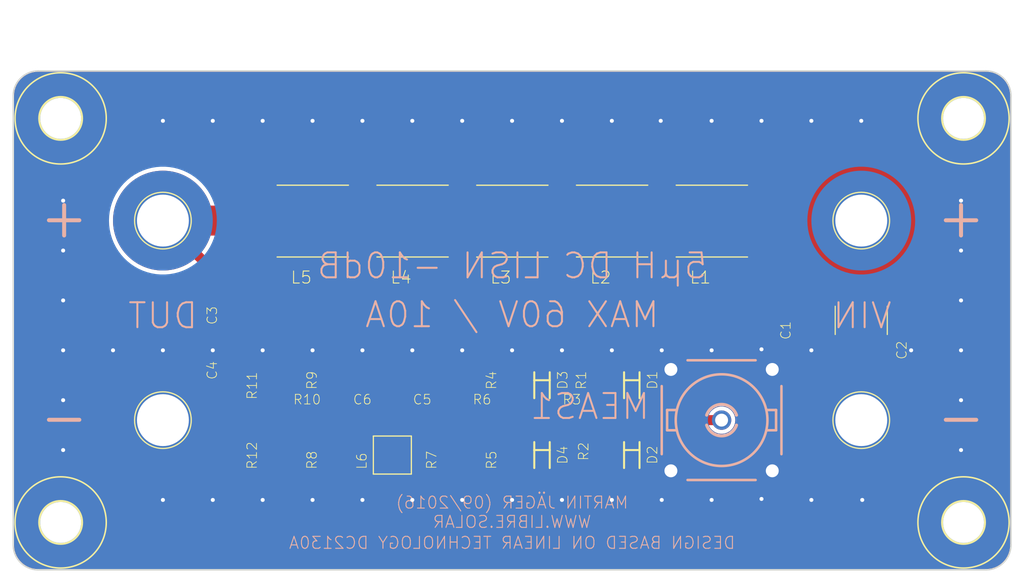
<source format=kicad_pcb>
(kicad_pcb (version 20221018) (generator pcbnew)
  (layers (0 "F.Cu" signal "Top") (31 "B.Cu" signal "Bottom") (34 "B.Paste" user) (35 "F.Paste" user) (36 "B.SilkS" user "B.Silkscreen") (37 "F.SilkS" user "F.Silkscreen") (38 "B.Mask" user) (39 "F.Mask" user) (44 "Edge.Cuts" user))
  (net 0 "")
  (net 1 "GND")
  (net 2 "Net-(L1-Pad2)")
  (net 3 "Net-(C1-Pad1)")
  (net 4 "Net-(L2-Pad2)")
  (net 5 "Net-(L3-Pad2)")
  (net 6 "Net-(L4-Pad2)")
  (net 7 "Net-(C3-Pad1)")
  (net 8 "Net-(C3-Pad2)")
  (net 9 "Net-(D1-PadA)")
  (net 10 "Net-(D3-PadA)")
  (net 11 "Net-(C5-Pad1)")
  (net 12 "Net-(C5-Pad2)")
  (net 13 "Net-(C6-Pad2)")
  (net 14 "Net-(C4-Pad2)")
  (footprint "5uH_LISN:C1210" (layer "F.Cu") (at 180 105 -90)
    (fp_text reference "C1" (at 2 2 90) (layer "F.SilkS") (effects (font (size 0.9652 0.9652) (thickness 0.077216)) (justify left bottom)))
    (fp_text value "4.7u")
    (pad "1" smd rect (at -1.4 0 270) (size 1.6 2.7) (layers "F.Cu" "F.Paste" "F.Mask") (net 3 "Net-(C1-Pad1)"))
    (pad "2" smd rect (at 1.4 0 270) (size 1.6 2.7) (layers "F.Cu" "F.Paste" "F.Mask") (net 1 "GND"))
  )
  (footprint "Capacitor_SMD:C_2220_5650Metric" (layer "F.Cu") (at 185 105 90)
    (fp_text reference "C2" (at -2 3.5 270) (layer "F.SilkS") (effects (font (size 0.9652 0.9652) (thickness 0.077216)) (justify right top)))
    (fp_text value "22u")
    (fp_line (start -1.415748 -2.61) (end 1.415748 -2.61) (stroke (width 0.12)) (layer "F.SilkS"))
    (fp_line (start -1.415748 2.61) (end 1.415748 2.61) (stroke (width 0.12)) (layer "F.SilkS"))
    (pad "1" smd roundrect (at -2.55 0 90) (size 1.8 5.4) (layers "F.Cu" "F.Paste" "F.Mask") (roundrect_rratio 0.138889))
    (pad "2" smd roundrect (at 2.55 0 90) (size 1.8 5.4) (layers "F.Cu" "F.Paste" "F.Mask") (roundrect_rratio 0.138889))
  )
  (footprint "5uH_LISN:C1206" (layer "F.Cu") (at 122 104 -90)
    (fp_text reference "C3" (at 1.5 1.5 90) (layer "F.SilkS") (effects (font (size 0.9652 0.9652) (thickness 0.077216)) (justify left bottom)))
    (fp_text value "0.1u")
    (pad "1" smd rect (at -1.4 0 270) (size 1.6 1.8) (layers "F.Cu" "F.Paste" "F.Mask") (net 7 "Net-(C3-Pad1)"))
    (pad "2" smd rect (at 1.4 0 270) (size 1.6 1.8) (layers "F.Cu" "F.Paste" "F.Mask") (net 8 "Net-(C3-Pad2)"))
  )
  (footprint "5uH_LISN:WE-HCI_7030_7040_7050" (layer "F.Cu") (at 170 95 180)
    (fp_text reference "L1" (at 0 -5) (layer "F.SilkS") (effects (font (size 1.2065 1.2065) (thickness 0.09652)) (justify right top)))
    (fp_text value "1.1µH")
    (fp_line (start -3.6 -3.65) (end 3.55 -3.65) (stroke (width 0.127)) (layer "F.SilkS"))
    (fp_line (start -3.6 3.55) (end 3.55 3.55) (stroke (width 0.127)) (layer "F.SilkS"))
    (pad "1" smd rect (at -2.45 0) (size 2.5 3) (layers "F.Cu" "F.Paste" "F.Mask") (net 3 "Net-(C1-Pad1)"))
    (pad "2" smd rect (at 2.45 0) (size 2.5 3) (layers "F.Cu" "F.Paste" "F.Mask") (net 2 "Net-(L1-Pad2)"))
  )
  (footprint "5uH_LISN:WE-HCI_7030_7040_7050" (layer "F.Cu") (at 160 95 180)
    (fp_text reference "L2" (at 0 -5) (layer "F.SilkS") (effects (font (size 1.2065 1.2065) (thickness 0.09652)) (justify right top)))
    (fp_text value "1.1µH")
    (fp_line (start -3.6 -3.65) (end 3.55 -3.65) (stroke (width 0.127)) (layer "F.SilkS"))
    (fp_line (start -3.6 3.55) (end 3.55 3.55) (stroke (width 0.127)) (layer "F.SilkS"))
    (pad "1" smd rect (at -2.45 0) (size 2.5 3) (layers "F.Cu" "F.Paste" "F.Mask") (net 2 "Net-(L1-Pad2)"))
    (pad "2" smd rect (at 2.45 0) (size 2.5 3) (layers "F.Cu" "F.Paste" "F.Mask") (net 4 "Net-(L2-Pad2)"))
  )
  (footprint "5uH_LISN:WE-HCI_7030_7040_7050" (layer "F.Cu") (at 150.0011 95.0036 180)
    (fp_text reference "L3" (at 0.0011 -4.9964) (layer "F.SilkS") (effects (font (size 1.2065 1.2065) (thickness 0.09652)) (justify right top)))
    (fp_text value "1.1µH")
    (fp_line (start -3.6 -3.65) (end 3.55 -3.65) (stroke (width 0.127)) (layer "F.SilkS"))
    (fp_line (start -3.6 3.55) (end 3.55 3.55) (stroke (width 0.127)) (layer "F.SilkS"))
    (pad "1" smd rect (at -2.45 0) (size 2.5 3) (layers "F.Cu" "F.Paste" "F.Mask") (net 4 "Net-(L2-Pad2)"))
    (pad "2" smd rect (at 2.45 0) (size 2.5 3) (layers "F.Cu" "F.Paste" "F.Mask") (net 5 "Net-(L3-Pad2)"))
  )
  (footprint "5uH_LISN:WE-HCI_7030_7040_7050" (layer "F.Cu") (at 140 95 180)
    (fp_text reference "L4" (at 0 -5) (layer "F.SilkS") (effects (font (size 1.2065 1.2065) (thickness 0.09652)) (justify right top)))
    (fp_text value "1.1µH")
    (fp_line (start -3.6 -3.65) (end 3.55 -3.65) (stroke (width 0.127)) (layer "F.SilkS"))
    (fp_line (start -3.6 3.55) (end 3.55 3.55) (stroke (width 0.127)) (layer "F.SilkS"))
    (pad "1" smd rect (at -2.45 0) (size 2.5 3) (layers "F.Cu" "F.Paste" "F.Mask") (net 5 "Net-(L3-Pad2)"))
    (pad "2" smd rect (at 2.45 0) (size 2.5 3) (layers "F.Cu" "F.Paste" "F.Mask") (net 6 "Net-(L4-Pad2)"))
  )
  (footprint "5uH_LISN:WE-HCI_7030_7040_7050" (layer "F.Cu") (at 130 95 180)
    (fp_text reference "L5" (at 0 -5) (layer "F.SilkS") (effects (font (size 1.2065 1.2065) (thickness 0.09652)) (justify right top)))
    (fp_text value "1.1µH")
    (fp_line (start -3.6 -3.65) (end 3.55 -3.65) (stroke (width 0.127)) (layer "F.SilkS"))
    (fp_line (start -3.6 3.55) (end 3.55 3.55) (stroke (width 0.127)) (layer "F.SilkS"))
    (pad "1" smd rect (at -2.45 0) (size 2.5 3) (layers "F.Cu" "F.Paste" "F.Mask") (net 6 "Net-(L4-Pad2)"))
    (pad "2" smd rect (at 2.45 0) (size 2.5 3) (layers "F.Cu" "F.Paste" "F.Mask") (net 7 "Net-(C3-Pad1)"))
  )
  (footprint "5uH_LISN:R0805" (layer "F.Cu") (at 159 111.5 -90)
    (fp_text reference "R1" (at 0.5 1.5 90) (layer "F.SilkS") (effects (font (size 0.9652 0.9652) (thickness 0.077216)) (justify left bottom)))
    (fp_text value "910")
    (pad "1" smd rect (at -0.95 0 270) (size 1.3 1.5) (layers "F.Cu" "F.Paste" "F.Mask") (net 1 "GND"))
    (pad "2" smd rect (at 0.95 0 270) (size 1.3 1.5) (layers "F.Cu" "F.Paste" "F.Mask") (net 9 "Net-(D1-PadA)"))
  )
  (footprint "5uH_LISN:SOD-123" (layer "F.Cu") (at 162 111.5 -90)
    (fp_text reference "D1" (at -1.5 -1.5 90) (layer "F.SilkS") (effects (font (size 0.9652 0.9652) (thickness 0.077216)) (justify right top)))
    (fp_text value "1N4148W")
    (fp_line (start -1.3 -0.775) (end -0.5 -0.775) (stroke (width 0.2032)) (layer "F.SilkS"))
    (fp_line (start -1.3 0.775) (end -0.5 0.775) (stroke (width 0.2032)) (layer "F.SilkS"))
    (fp_line (start -0.5 -0.775) (end -0.5 0.775) (stroke (width 0.2032)) (layer "F.SilkS"))
    (fp_line (start -0.5 -0.775) (end 1.3 -0.775) (stroke (width 0.2032)) (layer "F.SilkS"))
    (fp_line (start -0.5 0.775) (end 1.3 0.775) (stroke (width 0.2032)) (layer "F.SilkS"))
    (pad "A" smd rect (at 1.575 0 270) (size 0.9 0.95) (layers "F.Cu" "F.Paste" "F.Mask") (net 9 "Net-(D1-PadA)"))
    (pad "C" smd rect (at -1.575 0 270) (size 0.9 0.95) (layers "F.Cu" "F.Paste" "F.Mask") (net 1 "GND"))
  )
  (footprint "5uH_LISN:R0805" (layer "F.Cu") (at 159 118.5 90)
    (fp_text reference "R2" (at -0.635 -1.27 90) (layer "F.SilkS") (effects (font (size 0.9652 0.9652) (thickness 0.077216)) (justify left bottom)))
    (fp_text value "820")
    (pad "1" smd rect (at -0.95 0 90) (size 1.3 1.5) (layers "F.Cu" "F.Paste" "F.Mask") (net 1 "GND"))
    (pad "2" smd rect (at 0.95 0 90) (size 1.3 1.5) (layers "F.Cu" "F.Paste" "F.Mask") (net 9 "Net-(D1-PadA)"))
  )
  (footprint "5uH_LISN:R0805" (layer "F.Cu") (at 150 111.5 -90)
    (fp_text reference "R4" (at 0.5 1.5 90) (layer "F.SilkS") (effects (font (size 0.9652 0.9652) (thickness 0.077216)) (justify left bottom)))
    (fp_text value "240")
    (pad "1" smd rect (at -0.95 0 270) (size 1.3 1.5) (layers "F.Cu" "F.Paste" "F.Mask") (net 1 "GND"))
    (pad "2" smd rect (at 0.95 0 270) (size 1.3 1.5) (layers "F.Cu" "F.Paste" "F.Mask") (net 10 "Net-(D3-PadA)"))
  )
  (footprint "5uH_LISN:R0805" (layer "F.Cu") (at 150 118.5 90)
    (fp_text reference "R5" (at -1.5 -1.5 90) (layer "F.SilkS") (effects (font (size 0.9652 0.9652) (thickness 0.077216)) (justify left bottom)))
    (fp_text value "270")
    (pad "1" smd rect (at -0.95 0 90) (size 1.3 1.5) (layers "F.Cu" "F.Paste" "F.Mask") (net 1 "GND"))
    (pad "2" smd rect (at 0.95 0 90) (size 1.3 1.5) (layers "F.Cu" "F.Paste" "F.Mask") (net 10 "Net-(D3-PadA)"))
  )
  (footprint "5uH_LISN:R0805" (layer "F.Cu") (at 147 115 180)
    (fp_text reference "R6" (at 1 1.5) (layer "F.SilkS") (effects (font (size 0.9652 0.9652) (thickness 0.077216)) (justify left bottom)))
    (fp_text value "30")
    (pad "1" smd rect (at -0.95 0 180) (size 1.3 1.5) (layers "F.Cu" "F.Paste" "F.Mask") (net 10 "Net-(D3-PadA)"))
    (pad "2" smd rect (at 0.95 0 180) (size 1.3 1.5) (layers "F.Cu" "F.Paste" "F.Mask") (net 11 "Net-(C5-Pad1)"))
  )
  (footprint "5uH_LISN:R0805" (layer "F.Cu") (at 144 118.5 90)
    (fp_text reference "R7" (at -1.5 -1.5 90) (layer "F.SilkS") (effects (font (size 0.9652 0.9652) (thickness 0.077216)) (justify left bottom)))
    (fp_text value "220")
    (pad "1" smd rect (at -0.95 0 90) (size 1.3 1.5) (layers "F.Cu" "F.Paste" "F.Mask") (net 1 "GND"))
    (pad "2" smd rect (at 0.95 0 90) (size 1.3 1.5) (layers "F.Cu" "F.Paste" "F.Mask") (net 11 "Net-(C5-Pad1)"))
  )
  (footprint "5uH_LISN:SOD-123" (layer "F.Cu") (at 162 118.5 -90)
    (fp_text reference "D2" (at -1 -1.5 90) (layer "F.SilkS") (effects (font (size 0.9652 0.9652) (thickness 0.077216)) (justify right top)))
    (fp_text value "1N4148W")
    (fp_line (start -1.3 -0.775) (end -0.5 -0.775) (stroke (width 0.2032)) (layer "F.SilkS"))
    (fp_line (start -1.3 0.775) (end -0.5 0.775) (stroke (width 0.2032)) (layer "F.SilkS"))
    (fp_line (start -0.5 -0.775) (end -0.5 0.775) (stroke (width 0.2032)) (layer "F.SilkS"))
    (fp_line (start -0.5 -0.775) (end 1.3 -0.775) (stroke (width 0.2032)) (layer "F.SilkS"))
    (fp_line (start -0.5 0.775) (end 1.3 0.775) (stroke (width 0.2032)) (layer "F.SilkS"))
    (pad "A" smd rect (at 1.575 0 270) (size 0.9 0.95) (layers "F.Cu" "F.Paste" "F.Mask") (net 1 "GND"))
    (pad "C" smd rect (at -1.575 0 270) (size 0.9 0.95) (layers "F.Cu" "F.Paste" "F.Mask") (net 9 "Net-(D1-PadA)"))
  )
  (footprint "5uH_LISN:C0805" (layer "F.Cu") (at 141 115 180)
    (fp_text reference "C5" (at 1 1.5) (layer "F.SilkS") (effects (font (size 0.9652 0.9652) (thickness 0.077216)) (justify left bottom)))
    (fp_text value "0.47µ")
    (pad "1" smd rect (at -0.95 0 180) (size 1.3 1.5) (layers "F.Cu" "F.Paste" "F.Mask") (net 11 "Net-(C5-Pad1)"))
    (pad "2" smd rect (at 0.95 0 180) (size 1.3 1.5) (layers "F.Cu" "F.Paste" "F.Mask") (net 12 "Net-(C5-Pad2)"))
  )
  (footprint "5uH_LISN:C0805" (layer "F.Cu") (at 135 115 180)
    (fp_text reference "C6" (at 1 1.5) (layer "F.SilkS") (effects (font (size 0.9652 0.9652) (thickness 0.077216)) (justify left bottom)))
    (fp_text value "0.47µ")
    (pad "1" smd rect (at -0.95 0 180) (size 1.3 1.5) (layers "F.Cu" "F.Paste" "F.Mask") (net 12 "Net-(C5-Pad2)"))
    (pad "2" smd rect (at 0.95 0 180) (size 1.3 1.5) (layers "F.Cu" "F.Paste" "F.Mask") (net 13 "Net-(C6-Pad2)"))
  )
  (footprint "5uH_LISN:SOD-123" (layer "F.Cu") (at 153 111.5 -90)
    (fp_text reference "D3" (at -1.5 -1.5 90) (layer "F.SilkS") (effects (font (size 0.9652 0.9652) (thickness 0.077216)) (justify right top)))
    (fp_text value "1N4148W")
    (fp_line (start -1.3 -0.775) (end -0.5 -0.775) (stroke (width 0.2032)) (layer "F.SilkS"))
    (fp_line (start -1.3 0.775) (end -0.5 0.775) (stroke (width 0.2032)) (layer "F.SilkS"))
    (fp_line (start -0.5 -0.775) (end -0.5 0.775) (stroke (width 0.2032)) (layer "F.SilkS"))
    (fp_line (start -0.5 -0.775) (end 1.3 -0.775) (stroke (width 0.2032)) (layer "F.SilkS"))
    (fp_line (start -0.5 0.775) (end 1.3 0.775) (stroke (width 0.2032)) (layer "F.SilkS"))
    (pad "A" smd rect (at 1.575 0 270) (size 0.9 0.95) (layers "F.Cu" "F.Paste" "F.Mask") (net 10 "Net-(D3-PadA)"))
    (pad "C" smd rect (at -1.575 0 270) (size 0.9 0.95) (layers "F.Cu" "F.Paste" "F.Mask") (net 1 "GND"))
  )
  (footprint "5uH_LISN:SOD-123" (layer "F.Cu") (at 153 118.5 -90)
    (fp_text reference "D4" (at -1 -1.5 90) (layer "F.SilkS") (effects (font (size 0.9652 0.9652) (thickness 0.077216)) (justify right top)))
    (fp_text value "1N4148W")
    (fp_line (start -1.3 -0.775) (end -0.5 -0.775) (stroke (width 0.2032)) (layer "F.SilkS"))
    (fp_line (start -1.3 0.775) (end -0.5 0.775) (stroke (width 0.2032)) (layer "F.SilkS"))
    (fp_line (start -0.5 -0.775) (end -0.5 0.775) (stroke (width 0.2032)) (layer "F.SilkS"))
    (fp_line (start -0.5 -0.775) (end 1.3 -0.775) (stroke (width 0.2032)) (layer "F.SilkS"))
    (fp_line (start -0.5 0.775) (end 1.3 0.775) (stroke (width 0.2032)) (layer "F.SilkS"))
    (pad "A" smd rect (at 1.575 0 270) (size 0.9 0.95) (layers "F.Cu" "F.Paste" "F.Mask") (net 1 "GND"))
    (pad "C" smd rect (at -1.575 0 270) (size 0.9 0.95) (layers "F.Cu" "F.Paste" "F.Mask") (net 10 "Net-(D3-PadA)"))
  )
  (footprint "5uH_LISN:R0805" (layer "F.Cu") (at 132 111.5 -90)
    (fp_text reference "R9" (at 0.5 1.5 270) (layer "F.SilkS") (effects (font (size 0.9652 0.9652) (thickness 0.077216)) (justify left bottom)))
    (fp_text value "430")
    (pad "1" smd rect (at -0.95 0 270) (size 1.3 1.5) (layers "F.Cu" "F.Paste" "F.Mask") (net 1 "GND"))
    (pad "2" smd rect (at 0.95 0 270) (size 1.3 1.5) (layers "F.Cu" "F.Paste" "F.Mask") (net 13 "Net-(C6-Pad2)"))
  )
  (footprint "5uH_LISN:R0805" (layer "F.Cu") (at 129 115 180)
    (fp_text reference "R10" (at 1 1.5) (layer "F.SilkS") (effects (font (size 0.9652 0.9652) (thickness 0.077216)) (justify left bottom)))
    (fp_text value "18")
    (pad "1" smd rect (at -0.95 0 180) (size 1.3 1.5) (layers "F.Cu" "F.Paste" "F.Mask") (net 13 "Net-(C6-Pad2)"))
    (pad "2" smd rect (at 0.95 0 180) (size 1.3 1.5) (layers "F.Cu" "F.Paste" "F.Mask") (net 14 "Net-(C4-Pad2)"))
  )
  (footprint "5uH_LISN:R0805" (layer "F.Cu") (at 126 111.5 -90)
    (fp_text reference "R11" (at 1.5 1.5 90) (layer "F.SilkS") (effects (font (size 0.9652 0.9652) (thickness 0.077216)) (justify left bottom)))
    (fp_text value "560")
    (pad "1" smd rect (at -0.95 0 270) (size 1.3 1.5) (layers "F.Cu" "F.Paste" "F.Mask") (net 1 "GND"))
    (pad "2" smd rect (at 0.95 0 270) (size 1.3 1.5) (layers "F.Cu" "F.Paste" "F.Mask") (net 14 "Net-(C4-Pad2)"))
  )
  (footprint "5uH_LISN:R0805" (layer "F.Cu") (at 126 118.5 90)
    (fp_text reference "R12" (at -1.5 -1.5 270) (layer "F.SilkS") (effects (font (size 0.9652 0.9652) (thickness 0.077216)) (justify left bottom)))
    (fp_text value "620")
    (pad "1" smd rect (at -0.95 0 90) (size 1.3 1.5) (layers "F.Cu" "F.Paste" "F.Mask") (net 1 "GND"))
    (pad "2" smd rect (at 0.95 0 90) (size 1.3 1.5) (layers "F.Cu" "F.Paste" "F.Mask") (net 14 "Net-(C4-Pad2)"))
  )
  (footprint "5uH_LISN:C1206" (layer "F.Cu") (at 122 109 -90)
    (fp_text reference "C4" (at 2 1.5 90) (layer "F.SilkS") (effects (font (size 0.9652 0.9652) (thickness 0.077216)) (justify left bottom)))
    (fp_text value "0.1u")
    (pad "1" smd rect (at -1.4 0 270) (size 1.6 1.8) (layers "F.Cu" "F.Paste" "F.Mask") (net 8 "Net-(C3-Pad2)"))
    (pad "2" smd rect (at 1.4 0 270) (size 1.6 1.8) (layers "F.Cu" "F.Paste" "F.Mask") (net 14 "Net-(C4-Pad2)"))
  )
  (footprint "5uH_LISN:BANANA_CONN" (layer "F.Cu") (at 185 95)
    (fp_text reference "J1" hide)
    (fp_text value "BANANA_CONN" hide)
    (fp_circle (center 0 0) (end 2.8398 0) (stroke (width 0.127)) (fill none) (layer "F.SilkS"))
    (pad "P$1" thru_hole circle (at 0 0) (size 10 10) (drill 5.2) (layers "*.Cu" "*.Mask") (net 3 "Net-(C1-Pad1)"))
  )
  (footprint "5uH_LISN:BANANA_CONN" (layer "F.Cu") (at 185 115)
    (fp_text reference "J2" hide)
    (fp_text value "BANANA_CONN" hide)
    (fp_circle (center 0 0) (end 2.8398 0) (stroke (width 0.127)) (fill none) (layer "F.SilkS"))
    (pad "P$1" thru_hole circle (at 0 0) (size 10 10) (drill 5.2) (layers "*.Cu" "*.Mask") (net 1 "GND"))
  )
  (footprint "5uH_LISN:BANANA_CONN" (layer "F.Cu") (at 115 115)
    (fp_text reference "J4" hide)
    (fp_text value "BANANA_CONN" hide)
    (fp_circle (center 0 0) (end 2.8398 0) (stroke (width 0.127)) (fill none) (layer "F.SilkS"))
    (pad "P$1" thru_hole circle (at 0 0) (size 10 10) (drill 5.2) (layers "*.Cu" "*.Mask") (net 1 "GND"))
  )
  (footprint "5uH_LISN:COILCRAFT_1008PS" (layer "F.Cu") (at 138 118.5)
    (fp_text reference "L6" (at -2.5 1.5 90) (layer "F.SilkS") (effects (font (size 0.9652 0.9652) (thickness 0.077216)) (justify left bottom)))
    (fp_text value "1m" hide)
    (fp_line (start -1.905 -1.905) (end 1.905 -1.905) (stroke (width 0.127)) (layer "F.SilkS"))
    (fp_line (start -1.905 1.905) (end -1.905 -1.905) (stroke (width 0.127)) (layer "F.SilkS"))
    (fp_line (start 1.905 -1.905) (end 1.905 1.905) (stroke (width 0.127)) (layer "F.SilkS"))
    (fp_line (start 1.905 1.905) (end -1.905 1.905) (stroke (width 0.127)) (layer "F.SilkS"))
    (pad "P$1" smd rect (at 0 -1.143) (size 2.54 1.016) (layers "F.Cu" "F.Paste" "F.Mask") (net 12 "Net-(C5-Pad2)"))
    (pad "P$2" smd rect (at 0 1.143) (size 2.54 1.016) (layers "F.Cu" "F.Paste" "F.Mask") (net 1 "GND"))
  )
  (footprint "5uH_LISN:4,1-PAD" (layer "F.Cu") (at 104.7511 84.7536)
    (fp_text reference "H1" hide)
    (fp_text value "MOUNT-PAD-ROUND4.1" hide)
    (fp_circle (center 0 0) (end 2.15 0) (stroke (width 0.2032)) (fill none) (layer "F.SilkS"))
    (fp_circle (center 0 0) (end 4.572 0) (stroke (width 0.1524)) (fill none) (layer "F.SilkS"))
    (pad "B4,1" thru_hole circle (at 0 0) (size 8 8) (drill 4.1) (layers "*.Cu" "*.Mask") (net 1 "GND"))
  )
  (footprint "5uH_LISN:4,1-PAD" (layer "F.Cu") (at 104.7511 125.2536)
    (fp_text reference "H2" hide)
    (fp_text value "MOUNT-PAD-ROUND4.1" hide)
    (fp_circle (center 0 0) (end 2.15 0) (stroke (width 0.2032)) (fill none) (layer "F.SilkS"))
    (fp_circle (center 0 0) (end 4.572 0) (stroke (width 0.1524)) (fill none) (layer "F.SilkS"))
    (pad "B4,1" thru_hole circle (at 0 0) (size 8 8) (drill 4.1) (layers "*.Cu" "*.Mask") (net 1 "GND"))
  )
  (footprint "5uH_LISN:4,1-PAD" (layer "F.Cu") (at 195.2511 84.7536)
    (fp_text reference "H3" hide)
    (fp_text value "MOUNT-PAD-ROUND4.1" hide)
    (fp_circle (center 0 0) (end 2.15 0) (stroke (width 0.2032)) (fill none) (layer "F.SilkS"))
    (fp_circle (center 0 0) (end 4.572 0) (stroke (width 0.1524)) (fill none) (layer "F.SilkS"))
    (pad "B4,1" thru_hole circle (at 0 0) (size 8 8) (drill 4.1) (layers "*.Cu" "*.Mask") (net 1 "GND"))
  )
  (footprint "5uH_LISN:R0805" (layer "F.Cu") (at 132 118.5 90)
    (fp_text reference "R8" (at -1.5 -1.5 90) (layer "F.SilkS") (effects (font (size 0.9652 0.9652) (thickness 0.077216)) (justify left bottom)))
    (fp_text value "430")
    (pad "1" smd rect (at -0.95 0 90) (size 1.3 1.5) (layers "F.Cu" "F.Paste" "F.Mask") (net 1 "GND"))
    (pad "2" smd rect (at 0.95 0 90) (size 1.3 1.5) (layers "F.Cu" "F.Paste" "F.Mask") (net 13 "Net-(C6-Pad2)"))
  )
  (footprint "5uH_LISN:4,1-PAD" (layer "F.Cu") (at 195.2511 125.2536)
    (fp_text reference "H4" hide)
    (fp_text value "MOUNT-PAD-ROUND4.1" hide)
    (fp_circle (center 0 0) (end 2.15 0) (stroke (width 0.2032)) (fill none) (layer "F.SilkS"))
    (fp_circle (center 0 0) (end 4.572 0) (stroke (width 0.1524)) (fill none) (layer "F.SilkS"))
    (pad "B4,1" thru_hole circle (at 0 0) (size 8 8) (drill 4.1) (layers "*.Cu" "*.Mask") (net 1 "GND"))
  )
  (footprint "5uH_LISN:R0805" (layer "F.Cu") (at 156 115 180)
    (fp_text reference "R3" (at 1 1.5) (layer "F.SilkS") (effects (font (size 0.9652 0.9652) (thickness 0.077216)) (justify left bottom)))
    (fp_text value "12")
    (pad "1" smd rect (at -0.95 0 180) (size 1.3 1.5) (layers "F.Cu" "F.Paste" "F.Mask") (net 9 "Net-(D1-PadA)"))
    (pad "2" smd rect (at 0.95 0 180) (size 1.3 1.5) (layers "F.Cu" "F.Paste" "F.Mask") (net 10 "Net-(D3-PadA)"))
  )
  (footprint "5uH_LISN:BANANA_CONN" (layer "F.Cu") (at 115 95)
    (fp_text reference "J3" hide)
    (fp_text value "BANANA_CONN" hide)
    (fp_circle (center 0 0) (end 2.8398 0) (stroke (width 0.127)) (fill none) (layer "F.SilkS"))
    (pad "P$1" thru_hole circle (at 0 0) (size 10 10) (drill 5.2) (layers "*.Cu" "*.Mask") (net 7 "Net-(C3-Pad1)"))
  )
  (footprint "5uH_LISN:R141426" (layer "B.Cu") (at 171 115 180)
    (fp_text reference "MEAS1" (at 13.2 -0.1) (layer "B.SilkS") (effects (font (size 2.5 2.5) (thickness 0.2)) (justify bottom mirror)))
    (fp_text value "R141426" hide)
    (fp_line (start -6 3.41) (end -6 -3.41) (stroke (width 0.254)) (layer "B.SilkS"))
    (fp_line (start -5.461 -1.016) (end -4.572 -1.016) (stroke (width 0.254)) (layer "B.SilkS"))
    (fp_line (start -5.461 1.016) (end -5.461 -1.016) (stroke (width 0.254)) (layer "B.SilkS"))
    (fp_line (start -4.572 1.016) (end -5.461 1.016) (stroke (width 0.254)) (layer "B.SilkS"))
    (fp_line (start -3.41 -6) (end 3.41 -6) (stroke (width 0.254)) (layer "B.SilkS"))
    (fp_line (start 3.41 6) (end -3.41 6) (stroke (width 0.254)) (layer "B.SilkS"))
    (fp_line (start 4.572 -1.016) (end 5.461 -1.016) (stroke (width 0.254)) (layer "B.SilkS"))
    (fp_line (start 5.461 -1.016) (end 5.461 1.016) (stroke (width 0.254)) (layer "B.SilkS"))
    (fp_line (start 5.461 1.016) (end 4.572 1.016) (stroke (width 0.254)) (layer "B.SilkS"))
    (fp_line (start 6 -3.41) (end 6 3.41) (stroke (width 0.254)) (layer "B.SilkS"))
    (fp_arc (start -1.5 -0.5) (mid 0 -1.581139) (end 1.5 -0.5) (stroke (width 0.3048)) (layer "B.SilkS"))
    (fp_arc (start 1.5 0.5) (mid 0 1.581139) (end -1.5 0.5) (stroke (width 0.3048)) (layer "B.SilkS"))
    (fp_circle (center 0 0) (end 4.5961 0) (stroke (width 0.254)) (fill none) (layer "B.SilkS"))
    (pad "1" thru_hole circle (at 0 0 180) (size 1.9431 1.9431) (drill 1.2954) (layers "*.Cu" "*.Mask") (net 9 "Net-(D1-PadA)"))
    (pad "2" thru_hole circle (at 5.08 5.08 180) (size 1.9431 1.9431) (drill 1.2954) (layers "*.Cu" "*.Mask") (net 1 "GND"))
    (pad "3" thru_hole circle (at -5.08 5.08 180) (size 1.9431 1.9431) (drill 1.2954) (layers "*.Cu" "*.Mask") (net 1 "GND"))
    (pad "4" thru_hole circle (at -5.08 -5.08 180) (size 1.9431 1.9431) (drill 1.2954) (layers "*.Cu" "*.Mask") (net 1 "GND"))
    (pad "5" thru_hole circle (at 5.08 -5.08 180) (size 1.9431 1.9431) (drill 1.2954) (layers "*.Cu" "*.Mask") (net 1 "GND"))
  )
  (gr_arc (start 200.0011 127.5036) (mid 199.268867 129.271367) (end 197.5011 130.0036) (stroke (width 0.15)) (layer "Edge.Cuts"))
  (gr_arc (start 100.0011 82.5036) (mid 100.733333 80.735833) (end 102.5011 80.0036) (stroke (width 0.15)) (layer "Edge.Cuts"))
  (gr_arc (start 102.5011 130.0036) (mid 100.733333 129.271367) (end 100.0011 127.5036) (stroke (width 0.15)) (layer "Edge.Cuts"))
  (gr_line (start 102.5011 130.0036) (end 197.5011 130.0036) (stroke (width 0.15)) (layer "Edge.Cuts"))
  (gr_line (start 100.0011 82.5036) (end 100.0011 127.5036) (stroke (width 0.15)) (layer "Edge.Cuts"))
  (gr_arc (start 197.5011 80.0036) (mid 199.268867 80.735833) (end 200.0011 82.5036) (stroke (width 0.15)) (layer "Edge.Cuts"))
  (gr_line (start 200.0011 127.5036) (end 200.0011 82.5036) (stroke (width 0.15)) (layer "Edge.Cuts"))
  (gr_line (start 197.5011 80.0036) (end 102.5011 80.0036) (stroke (width 0.15)) (layer "Edge.Cuts"))
  (gr_text "5µH DC LISN -10dB" (at 150 101) (layer "B.SilkS") (effects (font (size 2.5 2.5) (thickness 0.2)) (justify bottom mirror)))
  (gr_text "DUT" (at 115 106) (layer "B.SilkS") (effects (font (size 2.5 2.5) (thickness 0.2)) (justify bottom mirror)))
  (gr_text "DESIGN BASED ON LINEAR TECHNOLOGY DC2130A" (at 150 128) (layer "B.SilkS") (effects (font (size 1.2 1.2) (thickness 0.1)) (justify bottom mirror)))
  (gr_text "MAX 60V / 10A" (at 150 105.9) (layer "B.SilkS") (effects (font (size 2.5 2.5) (thickness 0.2)) (justify bottom mirror)))
  (gr_text "VIN" (at 185.1 106) (layer "B.SilkS") (effects (font (size 2.5 2.5) (thickness 0.2)) (justify bottom mirror)))
  (gr_text "-" (at 105.1 117) (layer "B.SilkS") (effects (font (size 4 4) (thickness 0.4)) (justify bottom mirror)))
  (gr_text "MARTIN JÄGER (09/2016)\nWWW.LIBRE.SOLAR" (at 150 125.9) (layer "B.SilkS") (effects (font (size 1.2 1.2) (thickness 0.1)) (justify bottom mirror)))
  (gr_text "+" (at 195 97) (layer "B.SilkS") (effects (font (size 4 4) (thickness 0.4)) (justify bottom mirror)))
  (gr_text "-" (at 195 117) (layer "B.SilkS") (effects (font (size 4 4) (thickness 0.4)) (justify bottom mirror)))
  (gr_text "+" (at 105.1 97) (layer "B.SilkS") (effects (font (size 4 4) (thickness 0.4)) (justify bottom mirror)))
  (via (at 195 108) (size 0.8) (drill 0.4) (layers "F.Cu" "B.Cu") (net 1))
  (via (at 115 123) (size 0.8) (drill 0.4) (layers "F.Cu" "B.Cu") (net 1))
  (via (at 130 123) (size 0.8) (drill 0.4) (layers "F.Cu" "B.Cu") (net 1))
  (via (at 175 122.9) (size 0.8) (drill 0.4) (layers "F.Cu" "B.Cu") (net 1))
  (via (at 140 123) (size 0.8) (drill 0.4) (layers "F.Cu" "B.Cu") (net 1))
  (via (at 180 123) (size 0.8) (drill 0.4) (layers "F.Cu" "B.Cu") (net 1))
  (via (at 150 123) (size 0.8) (drill 0.4) (layers "F.Cu" "B.Cu") (net 1))
  (via (at 135 123) (size 0.8) (drill 0.4) (layers "F.Cu" "B.Cu") (net 1))
  (via (at 125 123) (size 0.8) (drill 0.4) (layers "F.Cu" "B.Cu") (net 1))
  (via (at 155 123) (size 0.8) (drill 0.4) (layers "F.Cu" "B.Cu") (net 1))
  (via (at 160 123) (size 0.8) (drill 0.4) (layers "F.Cu" "B.Cu") (net 1))
  (via (at 170 123) (size 0.8) (drill 0.4) (layers "F.Cu" "B.Cu") (net 1))
  (via (at 145 123) (size 0.8) (drill 0.4) (layers "F.Cu" "B.Cu") (net 1))
  (via (at 120 123) (size 0.8) (drill 0.4) (layers "F.Cu" "B.Cu") (net 1))
  (via (at 165 123) (size 0.8) (drill 0.4) (layers "F.Cu" "B.Cu") (net 1))
  (via (at 185.1 123) (size 0.8) (drill 0.4) (layers "F.Cu" "B.Cu") (net 1))
  (via (at 105 113) (size 0.8) (drill 0.4) (layers "F.Cu" "B.Cu") (net 1))
  (via (at 105 103) (size 0.8) (drill 0.4) (layers "F.Cu" "B.Cu") (net 1))
  (via (at 105 98) (size 0.8) (drill 0.4) (layers "F.Cu" "B.Cu") (net 1))
  (via (at 105 93) (size 0.8) (drill 0.4) (layers "F.Cu" "B.Cu") (net 1))
  (via (at 105 118) (size 0.8) (drill 0.4) (layers "F.Cu" "B.Cu") (net 1))
  (via (at 195 113) (size 0.8) (drill 0.4) (layers "F.Cu" "B.Cu") (net 1))
  (via (at 195 118) (size 0.8) (drill 0.4) (layers "F.Cu" "B.Cu") (net 1))
  (via (at 195 103) (size 0.8) (drill 0.4) (layers "F.Cu" "B.Cu") (net 1))
  (via (at 195 98) (size 0.8) (drill 0.4) (layers "F.Cu" "B.Cu") (net 1))
  (via (at 195 93) (size 0.8) (drill 0.4) (layers "F.Cu" "B.Cu") (net 1))
  (via (at 120 108) (size 0.8) (drill 0.4) (layers "F.Cu" "B.Cu") (net 1))
  (via (at 140 108) (size 0.8) (drill 0.4) (layers "F.Cu" "B.Cu") (net 1))
  (via (at 150 85) (size 0.8) (drill 0.4) (layers "F.Cu" "B.Cu") (net 1))
  (via (at 170 85) (size 0.8) (drill 0.4) (layers "F.Cu" "B.Cu") (net 1))
  (via (at 130 85) (size 0.8) (drill 0.4) (layers "F.Cu" "B.Cu") (net 1))
  (via (at 170 108) (size 0.8) (drill 0.4) (layers "F.Cu" "B.Cu") (net 1))
  (via (at 115 85) (size 0.8) (drill 0.4) (layers "F.Cu" "B.Cu") (net 1))
  (via (at 110 108) (size 0.8) (drill 0.4) (layers "F.Cu" "B.Cu") (net 1))
  (via (at 150 108) (size 0.8) (drill 0.4) (layers "F.Cu" "B.Cu") (net 1))
  (via (at 180 85) (size 0.8) (drill 0.4) (layers "F.Cu" "B.Cu") (net 1))
  (via (at 135 85) (size 0.8) (drill 0.4) (layers "F.Cu" "B.Cu") (net 1))
  (via (at 145 108) (size 0.8) (drill 0.4) (layers "F.Cu" "B.Cu") (net 1))
  (via (at 125 108) (size 0.8) (drill 0.4) (layers "F.Cu" "B.Cu") (net 1))
  (via (at 180 108) (size 0.8) (drill 0.4) (layers "F.Cu" "B.Cu") (net 1))
  (via (at 155 85) (size 0.8) (drill 0.4) (layers "F.Cu" "B.Cu") (net 1))
  (via (at 175 85) (size 0.8) (drill 0.4) (layers "F.Cu" "B.Cu") (net 1))
  (via (at 164.9 85) (size 0.8) (drill 0.4) (layers "F.Cu" "B.Cu") (net 1))
  (via (at 120 85) (size 0.8) (drill 0.4) (layers "F.Cu" "B.Cu") (net 1))
  (via (at 135 108) (size 0.8) (drill 0.4) (layers "F.Cu" "B.Cu") (net 1))
  (via (at 175 107.9) (size 0.8) (drill 0.4) (layers "F.Cu" "B.Cu") (net 1))
  (via (at 155 108) (size 0.8) (drill 0.4) (layers "F.Cu" "B.Cu") (net 1))
  (via (at 160 85) (size 0.8) (drill 0.4) (layers "F.Cu" "B.Cu") (net 1))
  (via (at 185 85) (size 0.8) (drill 0.4) (layers "F.Cu" "B.Cu") (net 1))
  (via (at 130 108) (size 0.8) (drill 0.4) (layers "F.Cu" "B.Cu") (net 1))
  (via (at 165 108) (size 0.8) (drill 0.4) (layers "F.Cu" "B.Cu") (net 1))
  (via (at 190 108) (size 0.8) (drill 0.4) (layers "F.Cu" "B.Cu") (net 1))
  (via (at 160 108) (size 0.8) (drill 0.4) (layers "F.Cu" "B.Cu") (net 1))
  (via (at 140 85) (size 0.8) (drill 0.4) (layers "F.Cu" "B.Cu") (net 1))
  (via (at 145 85) (size 0.8) (drill 0.4) (layers "F.Cu" "B.Cu") (net 1))
  (via (at 125 85) (size 0.8) (drill 0.4) (layers "F.Cu" "B.Cu") (net 1))
  (via (at 105 108) (size 0.8) (drill 0.4) (layers "F.Cu" "B.Cu") (net 1))
  (via (at 115 108) (size 0.8) (drill 0.4) (layers "F.Cu" "B.Cu") (net 1))
  (segment (start 162.45 95) (end 167.55 95) (width 3) (layer "F.Cu") (net 2))
  (segment (start 172.45 95) (end 185 95) (width 3) (layer "F.Cu") (net 3))
  (segment (start 152.4511 95.0036) (end 157.5464 95.0036) (width 3) (layer "F.Cu") (net 4))
  (segment (start 157.5464 95.0036) (end 157.55 95) (width 3) (layer "F.Cu") (net 4))
  (segment (start 147.5475 95) (end 147.5511 95.0036) (width 3) (layer "F.Cu") (net 5))
  (segment (start 142.45 95) (end 147.5475 95) (width 3) (layer "F.Cu") (net 5))
  (segment (start 132.45 95) (end 137.55 95) (width 3) (layer "F.Cu") (net 6))
  (segment (start 122 102.6) (end 122 102) (width 1) (layer "F.Cu") (net 7))
  (segment (start 122 102) (end 115 95) (width 1) (layer "F.Cu") (net 7))
  (segment (start 115 95) (end 127.55 95) (width 3) (layer "F.Cu") (net 7))
  (segment (start 122 107.6) (end 122 105.4) (width 1) (layer "F.Cu") (net 8))
  (segment (start 159 115) (end 159 117.55) (width 1) (layer "F.Cu") (net 9))
  (segment (start 159 115) (end 159 112.45) (width 1) (layer "F.Cu") (net 9))
  (segment (start 162 115) (end 162 113.075) (width 1) (layer "F.Cu") (net 9))
  (segment (start 156.95 115) (end 159 115) (width 1) (layer "F.Cu") (net 9))
  (segment (start 162 115) (end 162 116.925) (width 1) (layer "F.Cu") (net 9))
  (segment (start 159 115) (end 162 115) (width 1) (layer "F.Cu") (net 9))
  (segment (start 162 115) (end 171 115) (width 1) (layer "F.Cu") (net 9))
  (segment (start 147.95 115) (end 150 115) (width 1) (layer "F.Cu") (net 10))
  (segment (start 153 115) (end 153 116.925) (width 1) (layer "F.Cu") (net 10))
  (segment (start 153 115) (end 153 113.075) (width 1) (layer "F.Cu") (net 10))
  (segment (start 150 115) (end 150 117.55) (width 1) (layer "F.Cu") (net 10))
  (segment (start 150 115) (end 153 115) (width 1) (layer "F.Cu") (net 10))
  (segment (start 150 115) (end 150 112.45) (width 1) (layer "F.Cu") (net 10))
  (segment (start 153 115) (end 155.05 115) (width 1) (layer "F.Cu") (net 10))
  (segment (start 144 115) (end 144 117.55) (width 1) (layer "F.Cu") (net 11))
  (segment (start 146.05 115) (end 144 115) (width 1) (layer "F.Cu") (net 11))
  (segment (start 141.95 115) (end 144 115) (width 1) (layer "F.Cu") (net 11))
  (segment (start 138 115) (end 140.05 115) (width 1) (layer "F.Cu") (net 12))
  (segment (start 135.95 115) (end 138 115) (width 1) (layer "F.Cu") (net 12))
  (segment (start 138 115) (end 138 117.357) (width 1) (layer "F.Cu") (net 12))
  (segment (start 134.05 115) (end 132 115) (width 1) (layer "F.Cu") (net 13))
  (segment (start 132 115) (end 132 117.55) (width 1) (layer "F.Cu") (net 13))
  (segment (start 129.95 115) (end 132 115) (width 1) (layer "F.Cu") (net 13))
  (segment (start 132 115) (end 132 112.45) (width 1) (layer "F.Cu") (net 13))
  (segment (start 126 115) (end 126 117.55) (width 1) (layer "F.Cu") (net 14))
  (segment (start 126 115) (end 126 112.45) (width 1) (layer "F.Cu") (net 14))
  (segment (start 122 113) (end 124 115) (width 1) (layer "F.Cu") (net 14))
  (segment (start 122 110.4) (end 122 113) (width 1) (layer "F.Cu") (net 14))
  (segment (start 126 115) (end 128.05 115) (width 1) (layer "F.Cu") (net 14))
  (segment (start 124 115) (end 126 115) (width 1) (layer "F.Cu") (net 14))
  (zone (net 3) (net_name "Net-(C1-Pad1)") (layer "F.Cu") (priority 6) (connect_pads yes (clearance 0.4)) (min_thickness 0.6) (fill yes (thermal_gap 0.7) (thermal_bridge_width 0.7) (smoothing fillet) (radius 1))
    (polygon (pts (xy 171 89) (xy 188 89) (xy 191 92) (xy 191 101) (xy 188 104) (xy 171 104)))
  )
  (zone (net 1) (net_name "GND") (layer "F.Cu") (priority 1) (connect_pads yes (clearance 0.4)) (min_thickness 0.6) (fill yes (thermal_gap 0.7) (thermal_bridge_width 0.7) (smoothing fillet) (radius 1))
    (polygon (pts (xy 100 80) (xy 188 80) (xy 188 87) (xy 113 87) (xy 108 92) (xy 108 101) (xy 113 106) (xy 188 106) (xy 193 101) (xy 193 92) (xy 188 87) (xy 188 80) (xy 199.99945 80) (xy 200 130) (xy 100 130)))
  )
  (zone (net 1) (net_name "GND") (layer "B.Cu") (priority 6) (connect_pads yes (clearance 0.4)) (min_thickness 0.6) (fill yes (thermal_gap 0.7) (thermal_bridge_width 0.7) (smoothing fillet) (radius 1))
    (polygon (pts (xy 100 80) (xy 200 80) (xy 200 129.9982) (xy 100 130)))
  )
)
</source>
